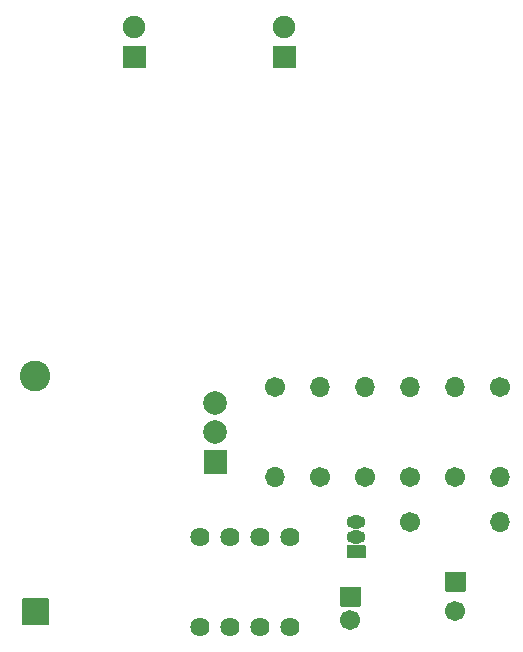
<source format=gts>
%TF.GenerationSoftware,KiCad,Pcbnew,(5.1.10)-1*%
%TF.CreationDate,2021-09-09T13:48:16-04:00*%
%TF.ProjectId,555_Badge,3535355f-4261-4646-9765-2e6b69636164,v01*%
%TF.SameCoordinates,Original*%
%TF.FileFunction,Soldermask,Top*%
%TF.FilePolarity,Negative*%
%FSLAX46Y46*%
G04 Gerber Fmt 4.6, Leading zero omitted, Abs format (unit mm)*
G04 Created by KiCad (PCBNEW (5.1.10)-1) date 2021-09-09 13:48:16*
%MOMM*%
%LPD*%
G01*
G04 APERTURE LIST*
%ADD10C,1.625600*%
%ADD11C,2.601600*%
%ADD12C,1.701600*%
%ADD13C,1.901600*%
%ADD14O,1.601600X1.101600*%
%ADD15O,1.701600X1.701600*%
%ADD16C,2.001600*%
G04 APERTURE END LIST*
D10*
%TO.C,U1*%
X153162000Y-123190000D03*
X155702000Y-123190000D03*
X158242000Y-123190000D03*
X160782000Y-123190000D03*
X160782000Y-115570000D03*
X158242000Y-115570000D03*
X155702000Y-115570000D03*
X153162000Y-115570000D03*
%TD*%
%TO.C,BAT1*%
G36*
G01*
X140277000Y-123055800D02*
X138107000Y-123055800D01*
G75*
G02*
X138056200Y-123005000I0J50800D01*
G01*
X138056200Y-120835000D01*
G75*
G02*
X138107000Y-120784200I50800J0D01*
G01*
X140277000Y-120784200D01*
G75*
G02*
X140327800Y-120835000I0J-50800D01*
G01*
X140327800Y-123005000D01*
G75*
G02*
X140277000Y-123055800I-50800J0D01*
G01*
G37*
D11*
X139192000Y-101920000D03*
%TD*%
%TO.C,C1*%
G36*
G01*
X165062000Y-119799200D02*
X166662000Y-119799200D01*
G75*
G02*
X166712800Y-119850000I0J-50800D01*
G01*
X166712800Y-121450000D01*
G75*
G02*
X166662000Y-121500800I-50800J0D01*
G01*
X165062000Y-121500800D01*
G75*
G02*
X165011200Y-121450000I0J50800D01*
G01*
X165011200Y-119850000D01*
G75*
G02*
X165062000Y-119799200I50800J0D01*
G01*
G37*
D12*
X165862000Y-122650000D03*
%TD*%
%TO.C,C2*%
G36*
G01*
X173952000Y-118529200D02*
X175552000Y-118529200D01*
G75*
G02*
X175602800Y-118580000I0J-50800D01*
G01*
X175602800Y-120180000D01*
G75*
G02*
X175552000Y-120230800I-50800J0D01*
G01*
X173952000Y-120230800D01*
G75*
G02*
X173901200Y-120180000I0J50800D01*
G01*
X173901200Y-118580000D01*
G75*
G02*
X173952000Y-118529200I50800J0D01*
G01*
G37*
X174752000Y-121880000D03*
%TD*%
%TO.C,D1*%
G36*
G01*
X148474000Y-75880800D02*
X146674000Y-75880800D01*
G75*
G02*
X146623200Y-75830000I0J50800D01*
G01*
X146623200Y-74030000D01*
G75*
G02*
X146674000Y-73979200I50800J0D01*
G01*
X148474000Y-73979200D01*
G75*
G02*
X148524800Y-74030000I0J-50800D01*
G01*
X148524800Y-75830000D01*
G75*
G02*
X148474000Y-75880800I-50800J0D01*
G01*
G37*
D13*
X147574000Y-72390000D03*
%TD*%
%TO.C,D2*%
X160274000Y-72390000D03*
G36*
G01*
X161174000Y-75880800D02*
X159374000Y-75880800D01*
G75*
G02*
X159323200Y-75830000I0J50800D01*
G01*
X159323200Y-74030000D01*
G75*
G02*
X159374000Y-73979200I50800J0D01*
G01*
X161174000Y-73979200D01*
G75*
G02*
X161224800Y-74030000I0J-50800D01*
G01*
X161224800Y-75830000D01*
G75*
G02*
X161174000Y-75880800I-50800J0D01*
G01*
G37*
%TD*%
D14*
%TO.C,Q1*%
X166370000Y-115570000D03*
X166370000Y-114300000D03*
G36*
G01*
X165620000Y-116289200D02*
X167120000Y-116289200D01*
G75*
G02*
X167170800Y-116340000I0J-50800D01*
G01*
X167170800Y-117340000D01*
G75*
G02*
X167120000Y-117390800I-50800J0D01*
G01*
X165620000Y-117390800D01*
G75*
G02*
X165569200Y-117340000I0J50800D01*
G01*
X165569200Y-116340000D01*
G75*
G02*
X165620000Y-116289200I50800J0D01*
G01*
G37*
%TD*%
D12*
%TO.C,R1*%
X159512000Y-102870000D03*
D15*
X159512000Y-110490000D03*
%TD*%
%TO.C,R2*%
X163322000Y-102870000D03*
D12*
X163322000Y-110490000D03*
%TD*%
%TO.C,R3*%
X174752000Y-110490000D03*
D15*
X174752000Y-102870000D03*
%TD*%
D12*
%TO.C,R4*%
X178562000Y-102870000D03*
D15*
X178562000Y-110490000D03*
%TD*%
%TO.C,R5*%
X178562000Y-114300000D03*
D12*
X170942000Y-114300000D03*
%TD*%
%TO.C,R6*%
X167132000Y-110490000D03*
D15*
X167132000Y-102870000D03*
%TD*%
%TO.C,R7*%
X170942000Y-102870000D03*
D12*
X170942000Y-110490000D03*
%TD*%
%TO.C,S1*%
G36*
G01*
X155382000Y-110220800D02*
X153482000Y-110220800D01*
G75*
G02*
X153431200Y-110170000I0J50800D01*
G01*
X153431200Y-108270000D01*
G75*
G02*
X153482000Y-108219200I50800J0D01*
G01*
X155382000Y-108219200D01*
G75*
G02*
X155432800Y-108270000I0J-50800D01*
G01*
X155432800Y-110170000D01*
G75*
G02*
X155382000Y-110220800I-50800J0D01*
G01*
G37*
D16*
X154432000Y-106720000D03*
X154432000Y-104220000D03*
%TD*%
M02*

</source>
